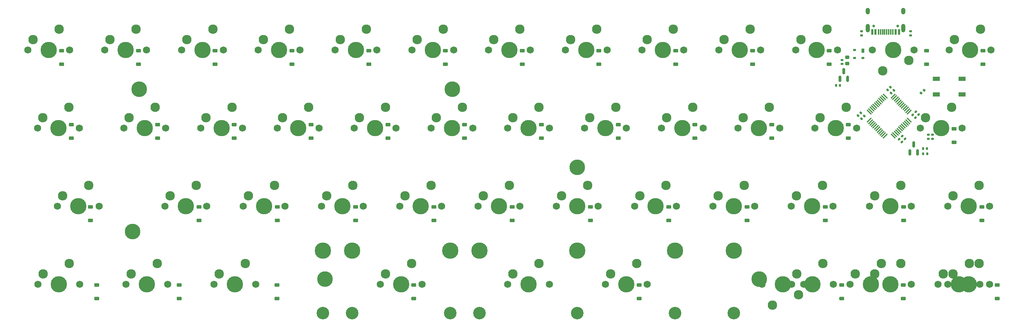
<source format=gbr>
%TF.GenerationSoftware,KiCad,Pcbnew,(7.99.0-267-g8440d7258b)*%
%TF.CreationDate,2024-08-03T20:04:27-07:00*%
%TF.ProjectId,minibaen r2,6d696e69-6261-4656-9e20-72322e6b6963,rev?*%
%TF.SameCoordinates,Original*%
%TF.FileFunction,Soldermask,Bot*%
%TF.FilePolarity,Negative*%
%FSLAX46Y46*%
G04 Gerber Fmt 4.6, Leading zero omitted, Abs format (unit mm)*
G04 Created by KiCad (PCBNEW (7.99.0-267-g8440d7258b)) date 2024-08-03 20:04:27*
%MOMM*%
%LPD*%
G01*
G04 APERTURE LIST*
G04 Aperture macros list*
%AMRoundRect*
0 Rectangle with rounded corners*
0 $1 Rounding radius*
0 $2 $3 $4 $5 $6 $7 $8 $9 X,Y pos of 4 corners*
0 Add a 4 corners polygon primitive as box body*
4,1,4,$2,$3,$4,$5,$6,$7,$8,$9,$2,$3,0*
0 Add four circle primitives for the rounded corners*
1,1,$1+$1,$2,$3*
1,1,$1+$1,$4,$5*
1,1,$1+$1,$6,$7*
1,1,$1+$1,$8,$9*
0 Add four rect primitives between the rounded corners*
20,1,$1+$1,$2,$3,$4,$5,0*
20,1,$1+$1,$4,$5,$6,$7,0*
20,1,$1+$1,$6,$7,$8,$9,0*
20,1,$1+$1,$8,$9,$2,$3,0*%
G04 Aperture macros list end*
%ADD10C,1.750000*%
%ADD11C,3.987800*%
%ADD12C,2.300000*%
%ADD13C,3.048000*%
%ADD14C,3.800000*%
%ADD15RoundRect,0.225000X0.375000X-0.225000X0.375000X0.225000X-0.375000X0.225000X-0.375000X-0.225000X0*%
%ADD16RoundRect,0.140000X-0.219203X-0.021213X-0.021213X-0.219203X0.219203X0.021213X0.021213X0.219203X0*%
%ADD17RoundRect,0.140000X-0.021213X0.219203X-0.219203X0.021213X0.021213X-0.219203X0.219203X-0.021213X0*%
%ADD18RoundRect,0.135000X-0.185000X0.135000X-0.185000X-0.135000X0.185000X-0.135000X0.185000X0.135000X0*%
%ADD19RoundRect,0.140000X-0.140000X-0.170000X0.140000X-0.170000X0.140000X0.170000X-0.140000X0.170000X0*%
%ADD20RoundRect,0.140000X0.021213X-0.219203X0.219203X-0.021213X-0.021213X0.219203X-0.219203X0.021213X0*%
%ADD21R,1.700000X1.000000*%
%ADD22RoundRect,0.150000X0.150000X-0.587500X0.150000X0.587500X-0.150000X0.587500X-0.150000X-0.587500X0*%
%ADD23RoundRect,0.140000X0.140000X0.170000X-0.140000X0.170000X-0.140000X-0.170000X0.140000X-0.170000X0*%
%ADD24RoundRect,0.135000X-0.135000X-0.185000X0.135000X-0.185000X0.135000X0.185000X-0.135000X0.185000X0*%
%ADD25RoundRect,0.135000X0.035355X-0.226274X0.226274X-0.035355X-0.035355X0.226274X-0.226274X0.035355X0*%
%ADD26RoundRect,0.075000X0.521491X-0.415425X-0.415425X0.521491X-0.521491X0.415425X0.415425X-0.521491X0*%
%ADD27RoundRect,0.075000X0.521491X0.415425X0.415425X0.521491X-0.521491X-0.415425X-0.415425X-0.521491X0*%
%ADD28R,0.700000X1.000000*%
%ADD29R,0.700000X0.600000*%
%ADD30RoundRect,0.140000X-0.170000X0.140000X-0.170000X-0.140000X0.170000X-0.140000X0.170000X0.140000X0*%
%ADD31C,0.650000*%
%ADD32R,0.600000X1.450000*%
%ADD33R,0.300000X1.450000*%
%ADD34O,1.000000X1.600000*%
%ADD35O,1.000000X2.100000*%
%ADD36RoundRect,0.218750X-0.256250X0.218750X-0.256250X-0.218750X0.256250X-0.218750X0.256250X0.218750X0*%
%ADD37RoundRect,0.140000X0.170000X-0.140000X0.170000X0.140000X-0.170000X0.140000X-0.170000X-0.140000X0*%
G04 APERTURE END LIST*
D10*
%TO.C,SW25*%
X241412000Y-47244000D03*
D11*
X246492000Y-47244000D03*
D10*
X251572000Y-47244000D03*
D12*
X242682000Y-44704000D03*
X249032000Y-42164000D03*
%TD*%
D10*
%TO.C,SW35*%
X209994500Y-66294000D03*
D11*
X215074500Y-66294000D03*
D10*
X220154500Y-66294000D03*
D12*
X211264500Y-63754000D03*
X217614500Y-61214000D03*
%TD*%
D10*
%TO.C,SW21*%
X159687000Y-47244000D03*
D11*
X164767000Y-47244000D03*
D10*
X169847000Y-47244000D03*
D12*
X160957000Y-44704000D03*
X167307000Y-42164000D03*
%TD*%
D10*
%TO.C,SW47*%
X224282000Y-85344000D03*
D11*
X229362000Y-85344000D03*
D10*
X234442000Y-85344000D03*
D12*
X225552000Y-82804000D03*
X231902000Y-80264000D03*
%TD*%
D10*
%TO.C,SW31*%
X133794500Y-66294000D03*
D11*
X138874500Y-66294000D03*
D10*
X143954500Y-66294000D03*
D12*
X135064500Y-63754000D03*
X141414500Y-61214000D03*
%TD*%
D10*
%TO.C,SW39*%
X48069500Y-85344000D03*
D11*
X53149500Y-85344000D03*
D10*
X58229500Y-85344000D03*
D12*
X49339500Y-82804000D03*
X55689500Y-80264000D03*
%TD*%
D10*
%TO.C,SW28*%
X76644500Y-66294000D03*
D11*
X81724500Y-66294000D03*
D10*
X86804500Y-66294000D03*
D12*
X77914500Y-63754000D03*
X84264500Y-61214000D03*
%TD*%
D10*
%TO.C,SW23*%
X197047000Y-47244000D03*
D11*
X202127000Y-47244000D03*
D10*
X207207000Y-47244000D03*
D12*
X198317000Y-44704000D03*
X204667000Y-42164000D03*
%TD*%
D10*
%TO.C,SW19*%
X122327000Y-47244000D03*
D11*
X127407000Y-47244000D03*
D10*
X132487000Y-47244000D03*
D12*
X123597000Y-44704000D03*
X129947000Y-42164000D03*
%TD*%
D10*
%TO.C,SW7*%
X136337000Y-28194000D03*
D11*
X141417000Y-28194000D03*
D10*
X146497000Y-28194000D03*
D12*
X137607000Y-25654000D03*
X143957000Y-23114000D03*
%TD*%
D10*
%TO.C,SW41*%
X109982000Y-85344000D03*
D11*
X115062000Y-85344000D03*
D10*
X120142000Y-85344000D03*
D12*
X111252000Y-82804000D03*
X117602000Y-80264000D03*
%TD*%
D13*
%TO.C,S4*%
X196024500Y-92329000D03*
D11*
X196024500Y-77089000D03*
D13*
X96012000Y-92329000D03*
D11*
X96012000Y-77089000D03*
%TD*%
D10*
%TO.C,SW46*%
X229044500Y-85344000D03*
D11*
X234124500Y-85344000D03*
D10*
X239204500Y-85344000D03*
D12*
X230314500Y-82804000D03*
X236664500Y-80264000D03*
%TD*%
D10*
%TO.C,SW13*%
X248417000Y-28194000D03*
D11*
X253497000Y-28194000D03*
D10*
X258577000Y-28194000D03*
D12*
X249687000Y-25654000D03*
X256037000Y-23114000D03*
%TD*%
D14*
%TO.C,H1*%
X51298000Y-37719000D03*
%TD*%
%TO.C,H6*%
X202151500Y-84036400D03*
%TD*%
D10*
%TO.C,SW33*%
X171894500Y-66294000D03*
D11*
X176974500Y-66294000D03*
D10*
X182054500Y-66294000D03*
D12*
X173164500Y-63754000D03*
X179514500Y-61214000D03*
%TD*%
D10*
%TO.C,SW20*%
X141007000Y-47244000D03*
D11*
X146087000Y-47244000D03*
D10*
X151167000Y-47244000D03*
D12*
X142277000Y-44704000D03*
X148627000Y-42164000D03*
%TD*%
D13*
%TO.C,S2*%
X134112000Y-92329000D03*
D11*
X134112000Y-77089000D03*
D13*
X96012000Y-92329000D03*
D11*
X96012000Y-77089000D03*
%TD*%
D10*
%TO.C,SW29*%
X95694500Y-66294000D03*
D11*
X100774500Y-66294000D03*
D10*
X105854500Y-66294000D03*
D12*
X96964500Y-63754000D03*
X103314500Y-61214000D03*
%TD*%
D10*
%TO.C,SW14*%
X26592000Y-47244000D03*
D11*
X31672000Y-47244000D03*
D10*
X36752000Y-47244000D03*
D12*
X27862000Y-44704000D03*
X34212000Y-42164000D03*
%TD*%
D10*
%TO.C,SW15*%
X47607000Y-47244000D03*
D11*
X52687000Y-47244000D03*
D10*
X57767000Y-47244000D03*
D12*
X48877000Y-44704000D03*
X55227000Y-42164000D03*
%TD*%
D13*
%TO.C,S3*%
X126968250Y-92329000D03*
D11*
X126968250Y-77089000D03*
D13*
X103155750Y-92329000D03*
D11*
X103155750Y-77089000D03*
%TD*%
D10*
%TO.C,SW18*%
X103647000Y-47244000D03*
D11*
X108727000Y-47244000D03*
D10*
X113807000Y-47244000D03*
D12*
X104917000Y-44704000D03*
X111267000Y-42164000D03*
%TD*%
D10*
%TO.C,SW30*%
X114744500Y-66294000D03*
D11*
X119824500Y-66294000D03*
D10*
X124904500Y-66294000D03*
D12*
X116014500Y-63754000D03*
X122364500Y-61214000D03*
%TD*%
D10*
%TO.C,SW4*%
X80297000Y-28194000D03*
D11*
X85377000Y-28194000D03*
D10*
X90457000Y-28194000D03*
D12*
X81567000Y-25654000D03*
X87917000Y-23114000D03*
%TD*%
D10*
%TO.C,SW5*%
X98977000Y-28194000D03*
D11*
X104057000Y-28194000D03*
D10*
X109137000Y-28194000D03*
D12*
X100247000Y-25654000D03*
X106597000Y-23114000D03*
%TD*%
D10*
%TO.C,SW10*%
X192377000Y-28194000D03*
D11*
X197457000Y-28194000D03*
D10*
X202537000Y-28194000D03*
D12*
X193647000Y-25654000D03*
X199997000Y-23114000D03*
%TD*%
D10*
%TO.C,SW36*%
X229044500Y-66294000D03*
D11*
X234124500Y-66294000D03*
D10*
X239204500Y-66294000D03*
D12*
X230314500Y-63754000D03*
X236664500Y-61214000D03*
%TD*%
D10*
%TO.C,SW9*%
X173697000Y-28194000D03*
D11*
X178777000Y-28194000D03*
D10*
X183857000Y-28194000D03*
D12*
X174967000Y-25654000D03*
X181317000Y-23114000D03*
%TD*%
D10*
%TO.C,SW42*%
X140938250Y-85344000D03*
D11*
X146018250Y-85344000D03*
D10*
X151098250Y-85344000D03*
D12*
X142208250Y-82804000D03*
X148558250Y-80264000D03*
%TD*%
D10*
%TO.C,SW24*%
X215727000Y-47244000D03*
D11*
X220807000Y-47244000D03*
D10*
X225887000Y-47244000D03*
D12*
X216997000Y-44704000D03*
X223347000Y-42164000D03*
%TD*%
D10*
%TO.C,SW37*%
X248094500Y-66294000D03*
D11*
X253174500Y-66294000D03*
D10*
X258254500Y-66294000D03*
D12*
X249364500Y-63754000D03*
X255714500Y-61214000D03*
%TD*%
D14*
%TO.C,H2*%
X127498000Y-37719000D03*
%TD*%
D10*
%TO.C,SW45*%
X210026250Y-85344000D03*
D11*
X215106250Y-85344000D03*
D10*
X220186250Y-85344000D03*
D12*
X211296250Y-82804000D03*
X217646250Y-80264000D03*
%TD*%
D10*
%TO.C,SW34*%
X190944500Y-66294000D03*
D11*
X196024500Y-66294000D03*
D10*
X201104500Y-66294000D03*
D12*
X192214500Y-63754000D03*
X198564500Y-61214000D03*
%TD*%
D10*
%TO.C,SW26*%
X31400750Y-66294000D03*
D11*
X36480750Y-66294000D03*
D10*
X41560750Y-66294000D03*
D12*
X32670750Y-63754000D03*
X39020750Y-61214000D03*
%TD*%
D10*
%TO.C,SW3*%
X61617000Y-28194000D03*
D11*
X66697000Y-28194000D03*
D10*
X71777000Y-28194000D03*
D12*
X62887000Y-25654000D03*
X69237000Y-23114000D03*
%TD*%
D10*
%TO.C,SW2*%
X42937000Y-28194000D03*
D11*
X48017000Y-28194000D03*
D10*
X53097000Y-28194000D03*
D12*
X44207000Y-25654000D03*
X50557000Y-23114000D03*
%TD*%
D10*
%TO.C,SW48*%
X245713250Y-85344000D03*
D11*
X250793250Y-85344000D03*
D10*
X255873250Y-85344000D03*
D12*
X246983250Y-82804000D03*
X253333250Y-80264000D03*
%TD*%
D14*
%TO.C,H3*%
X157901800Y-56836500D03*
%TD*%
D10*
%TO.C,SW49*%
X248094500Y-85344000D03*
D11*
X253174500Y-85344000D03*
D10*
X258254500Y-85344000D03*
D12*
X249364500Y-82804000D03*
X255714500Y-80264000D03*
%TD*%
D10*
%TO.C,SW8*%
X155017000Y-28194000D03*
D11*
X160097000Y-28194000D03*
D10*
X165177000Y-28194000D03*
D12*
X156287000Y-25654000D03*
X162637000Y-23114000D03*
%TD*%
D10*
%TO.C,SW40*%
X69500750Y-85344000D03*
D11*
X74580750Y-85344000D03*
D10*
X79660750Y-85344000D03*
D12*
X70770750Y-82804000D03*
X77120750Y-80264000D03*
%TD*%
D10*
%TO.C,SW17*%
X84967000Y-47244000D03*
D11*
X90047000Y-47244000D03*
D10*
X95127000Y-47244000D03*
D12*
X86237000Y-44704000D03*
X92587000Y-42164000D03*
%TD*%
D10*
%TO.C,SW16*%
X66287000Y-47244000D03*
D11*
X71367000Y-47244000D03*
D10*
X76447000Y-47244000D03*
D12*
X67557000Y-44704000D03*
X73907000Y-42164000D03*
%TD*%
D14*
%TO.C,H5*%
X96564500Y-84036400D03*
%TD*%
D13*
%TO.C,S1*%
X181737000Y-92329000D03*
D11*
X181737000Y-77089000D03*
D13*
X157924500Y-92329000D03*
D11*
X157924500Y-77089000D03*
%TD*%
D10*
%TO.C,SW32*%
X152844500Y-66294000D03*
D11*
X157924500Y-66294000D03*
D10*
X163004500Y-66294000D03*
D12*
X154114500Y-63754000D03*
X160464500Y-61214000D03*
%TD*%
D10*
%TO.C,SW44*%
X213042500Y-85344000D03*
D11*
X207962500Y-85344000D03*
D10*
X202882500Y-85344000D03*
D12*
X211772500Y-87884000D03*
X205422500Y-90424000D03*
%TD*%
D14*
%TO.C,H4*%
X49664500Y-72486400D03*
%TD*%
D10*
%TO.C,SW6*%
X117657000Y-28194000D03*
D11*
X122737000Y-28194000D03*
D10*
X127817000Y-28194000D03*
D12*
X118927000Y-25654000D03*
X125277000Y-23114000D03*
%TD*%
D10*
%TO.C,SW11*%
X211057000Y-28194000D03*
D11*
X216137000Y-28194000D03*
D10*
X221217000Y-28194000D03*
D12*
X212327000Y-25654000D03*
X218677000Y-23114000D03*
%TD*%
D10*
%TO.C,SW38*%
X26638250Y-85344000D03*
D11*
X31718250Y-85344000D03*
D10*
X36798250Y-85344000D03*
D12*
X27908250Y-82804000D03*
X34258250Y-80264000D03*
%TD*%
D10*
%TO.C,SW22*%
X178367000Y-47244000D03*
D11*
X183447000Y-47244000D03*
D10*
X188527000Y-47244000D03*
D12*
X179637000Y-44704000D03*
X185987000Y-42164000D03*
%TD*%
D10*
%TO.C,SW1*%
X24257000Y-28194000D03*
D11*
X29337000Y-28194000D03*
D10*
X34417000Y-28194000D03*
D12*
X25527000Y-25654000D03*
X31877000Y-23114000D03*
%TD*%
D10*
%TO.C,SW27*%
X57594500Y-66294000D03*
D11*
X62674500Y-66294000D03*
D10*
X67754500Y-66294000D03*
D12*
X58864500Y-63754000D03*
X65214500Y-61214000D03*
%TD*%
D10*
%TO.C,SW12*%
X239897000Y-28194000D03*
D11*
X234817000Y-28194000D03*
D10*
X229737000Y-28194000D03*
D12*
X238627000Y-30734000D03*
X232277000Y-33274000D03*
%TD*%
D10*
%TO.C,SW43*%
X164750750Y-85344000D03*
D11*
X169830750Y-85344000D03*
D10*
X174910750Y-85344000D03*
D12*
X166020750Y-82804000D03*
X172370750Y-80264000D03*
%TD*%
D15*
%TO.C,D41*%
X118110000Y-88772000D03*
X118110000Y-85472000D03*
%TD*%
D16*
%TO.C,C11*%
X240325589Y-43221589D03*
X241004411Y-43900411D03*
%TD*%
D15*
%TO.C,D8*%
X163197000Y-31622000D03*
X163197000Y-28322000D03*
%TD*%
D17*
%TO.C,C10*%
X227754822Y-44263750D03*
X227076000Y-44942572D03*
%TD*%
%TO.C,C13*%
X226907411Y-43475589D03*
X226228589Y-44154411D03*
%TD*%
D15*
%TO.C,D27*%
X65849500Y-69722000D03*
X65849500Y-66422000D03*
%TD*%
%TO.C,D12*%
X242951000Y-31622000D03*
X242951000Y-28322000D03*
%TD*%
D18*
%TO.C,R10*%
X243372000Y-48855000D03*
X243372000Y-49875000D03*
%TD*%
D15*
%TO.C,D6*%
X125837000Y-31622000D03*
X125837000Y-28322000D03*
%TD*%
D16*
%TO.C,C9*%
X239563589Y-43983589D03*
X240242411Y-44662411D03*
%TD*%
D15*
%TO.C,D32*%
X161099500Y-69722000D03*
X161099500Y-66422000D03*
%TD*%
%TO.C,D25*%
X249592000Y-50672000D03*
X249592000Y-47372000D03*
%TD*%
%TO.C,D11*%
X219237000Y-31622000D03*
X219237000Y-28322000D03*
%TD*%
%TO.C,D24*%
X223907000Y-49656000D03*
X223907000Y-46356000D03*
%TD*%
%TO.C,D42*%
X172974000Y-88772000D03*
X172974000Y-85472000D03*
%TD*%
%TO.C,D7*%
X144517000Y-31622000D03*
X144517000Y-28322000D03*
%TD*%
%TO.C,D37*%
X256349500Y-69722000D03*
X256349500Y-66422000D03*
%TD*%
D19*
%TO.C,C17*%
X220909000Y-36830000D03*
X221869000Y-36830000D03*
%TD*%
D20*
%TO.C,C8*%
X234239000Y-38690000D03*
X234917822Y-38011178D03*
%TD*%
D15*
%TO.C,D38*%
X41011995Y-88772000D03*
X41011995Y-85472000D03*
%TD*%
%TO.C,D44*%
X237236000Y-88772000D03*
X237236000Y-85472000D03*
%TD*%
%TO.C,D5*%
X107157000Y-31622000D03*
X107157000Y-28322000D03*
%TD*%
D21*
%TO.C,SW50*%
X251561999Y-35183999D03*
X245261999Y-35183999D03*
X251561999Y-38983999D03*
X245261999Y-38983999D03*
%TD*%
D15*
%TO.C,D13*%
X256597000Y-31622000D03*
X256597000Y-28322000D03*
%TD*%
D22*
%TO.C,Q1*%
X240726000Y-53134500D03*
X238826000Y-53134500D03*
X239776000Y-51259500D03*
%TD*%
D16*
%TO.C,C15*%
X236220000Y-49911000D03*
X236898822Y-50589822D03*
%TD*%
D15*
%TO.C,D39*%
X61012000Y-88772000D03*
X61012000Y-85472000D03*
%TD*%
%TO.C,D36*%
X237299500Y-69722000D03*
X237299500Y-66422000D03*
%TD*%
%TO.C,D30*%
X122999500Y-69722000D03*
X122999500Y-66422000D03*
%TD*%
%TO.C,D22*%
X186547000Y-49656000D03*
X186547000Y-46356000D03*
%TD*%
%TO.C,D3*%
X69797000Y-31622000D03*
X69797000Y-28322000D03*
%TD*%
%TO.C,D28*%
X84899500Y-69722000D03*
X84899500Y-66422000D03*
%TD*%
%TO.C,D40*%
X84824500Y-88772000D03*
X84824500Y-85472000D03*
%TD*%
D23*
%TO.C,C19*%
X243022000Y-52197000D03*
X242062000Y-52197000D03*
%TD*%
D15*
%TO.C,D1*%
X32437000Y-31622000D03*
X32437000Y-28322000D03*
%TD*%
%TO.C,D15*%
X55787000Y-49656000D03*
X55787000Y-46356000D03*
%TD*%
%TO.C,D43*%
X222250000Y-88772000D03*
X222250000Y-85472000D03*
%TD*%
%TO.C,D19*%
X130507000Y-49656000D03*
X130507000Y-46356000D03*
%TD*%
%TO.C,D31*%
X142049500Y-69722000D03*
X142049500Y-66422000D03*
%TD*%
%TO.C,D17*%
X93147000Y-49656000D03*
X93147000Y-46356000D03*
%TD*%
D24*
%TO.C,R12*%
X242060000Y-53467000D03*
X243080000Y-53467000D03*
%TD*%
D15*
%TO.C,D2*%
X51117000Y-31622000D03*
X51117000Y-28322000D03*
%TD*%
D18*
%TO.C,R8*%
X227076000Y-23620000D03*
X227076000Y-24640000D03*
%TD*%
D25*
%TO.C,R11*%
X241574376Y-38714624D03*
X242295624Y-37993376D03*
%TD*%
D22*
%TO.C,U4*%
X223708000Y-35227500D03*
X221808000Y-35227500D03*
X222758000Y-33352500D03*
%TD*%
D16*
%TO.C,C12*%
X236997589Y-49190589D03*
X237676411Y-49869411D03*
%TD*%
D15*
%TO.C,D18*%
X111827000Y-49656000D03*
X111827000Y-46356000D03*
%TD*%
%TO.C,D21*%
X167867000Y-49656000D03*
X167867000Y-46356000D03*
%TD*%
%TO.C,D20*%
X149187000Y-49656000D03*
X149187000Y-46356000D03*
%TD*%
D26*
%TO.C,U5*%
X238694876Y-45321788D03*
X238341322Y-45675342D03*
X237987769Y-46028895D03*
X237634215Y-46382449D03*
X237280662Y-46736002D03*
X236927109Y-47089555D03*
X236573555Y-47443109D03*
X236220002Y-47796662D03*
X235866449Y-48150215D03*
X235512895Y-48503769D03*
X235159342Y-48857322D03*
X234805788Y-49210876D03*
D27*
X232808212Y-49210876D03*
X232454658Y-48857322D03*
X232101105Y-48503769D03*
X231747551Y-48150215D03*
X231393998Y-47796662D03*
X231040445Y-47443109D03*
X230686891Y-47089555D03*
X230333338Y-46736002D03*
X229979785Y-46382449D03*
X229626231Y-46028895D03*
X229272678Y-45675342D03*
X228919124Y-45321788D03*
D26*
X228919124Y-43324212D03*
X229272678Y-42970658D03*
X229626231Y-42617105D03*
X229979785Y-42263551D03*
X230333338Y-41909998D03*
X230686891Y-41556445D03*
X231040445Y-41202891D03*
X231393998Y-40849338D03*
X231747551Y-40495785D03*
X232101105Y-40142231D03*
X232454658Y-39788678D03*
X232808212Y-39435124D03*
D27*
X234805788Y-39435124D03*
X235159342Y-39788678D03*
X235512895Y-40142231D03*
X235866449Y-40495785D03*
X236220002Y-40849338D03*
X236573555Y-41202891D03*
X236927109Y-41556445D03*
X237280662Y-41909998D03*
X237634215Y-42263551D03*
X237987769Y-42617105D03*
X238341322Y-42970658D03*
X238694876Y-43324212D03*
%TD*%
D15*
%TO.C,D14*%
X34772000Y-49656000D03*
X34772000Y-46356000D03*
%TD*%
%TO.C,D9*%
X181877000Y-31622000D03*
X181877000Y-28322000D03*
%TD*%
D28*
%TO.C,D46*%
X227424999Y-28393999D03*
D29*
X227424999Y-30093999D03*
X225424999Y-30093999D03*
X225424999Y-28193999D03*
%TD*%
D15*
%TO.C,D4*%
X88477000Y-31622000D03*
X88477000Y-28322000D03*
%TD*%
D30*
%TO.C,C16*%
X222377000Y-30635000D03*
X222377000Y-31595000D03*
%TD*%
D15*
%TO.C,D45*%
X260096000Y-88772000D03*
X260096000Y-85472000D03*
%TD*%
%TO.C,D35*%
X218249500Y-69722000D03*
X218249500Y-66422000D03*
%TD*%
%TO.C,D34*%
X199199500Y-69722000D03*
X199199500Y-66422000D03*
%TD*%
%TO.C,D10*%
X200557000Y-31622000D03*
X200557000Y-28322000D03*
%TD*%
D18*
%TO.C,R9*%
X239014000Y-23620000D03*
X239014000Y-24640000D03*
%TD*%
D15*
%TO.C,D33*%
X180149500Y-69722000D03*
X180149500Y-66422000D03*
%TD*%
D31*
%TO.C,J1*%
X230068500Y-22360000D03*
X235848500Y-22360000D03*
D32*
X229708499Y-23804999D03*
X230508499Y-23804999D03*
D33*
X231708499Y-23804999D03*
X232708499Y-23804999D03*
X233208499Y-23804999D03*
X234208499Y-23804999D03*
D32*
X235408499Y-23804999D03*
X236208499Y-23804999D03*
X236208499Y-23804999D03*
X235408499Y-23804999D03*
D33*
X234708499Y-23804999D03*
X233708499Y-23804999D03*
X232208499Y-23804999D03*
X231208499Y-23804999D03*
D32*
X230508499Y-23804999D03*
X229708499Y-23804999D03*
D34*
X228638499Y-18709999D03*
D35*
X228638499Y-22889999D03*
D34*
X237278499Y-18709999D03*
D35*
X237278499Y-22889999D03*
%TD*%
D15*
%TO.C,D29*%
X103949500Y-69722000D03*
X103949500Y-66422000D03*
%TD*%
%TO.C,D26*%
X39442000Y-69722000D03*
X39442000Y-66422000D03*
%TD*%
%TO.C,D23*%
X205227000Y-49656000D03*
X205227000Y-46356000D03*
%TD*%
D20*
%TO.C,C14*%
X233467589Y-37931411D03*
X234146411Y-37252589D03*
%TD*%
D36*
%TO.C,F2*%
X223647000Y-29946500D03*
X223647000Y-31521500D03*
%TD*%
D37*
%TO.C,C18*%
X244388000Y-49847000D03*
X244388000Y-48887000D03*
%TD*%
D15*
%TO.C,D16*%
X74467000Y-49656000D03*
X74467000Y-46356000D03*
%TD*%
M02*

</source>
